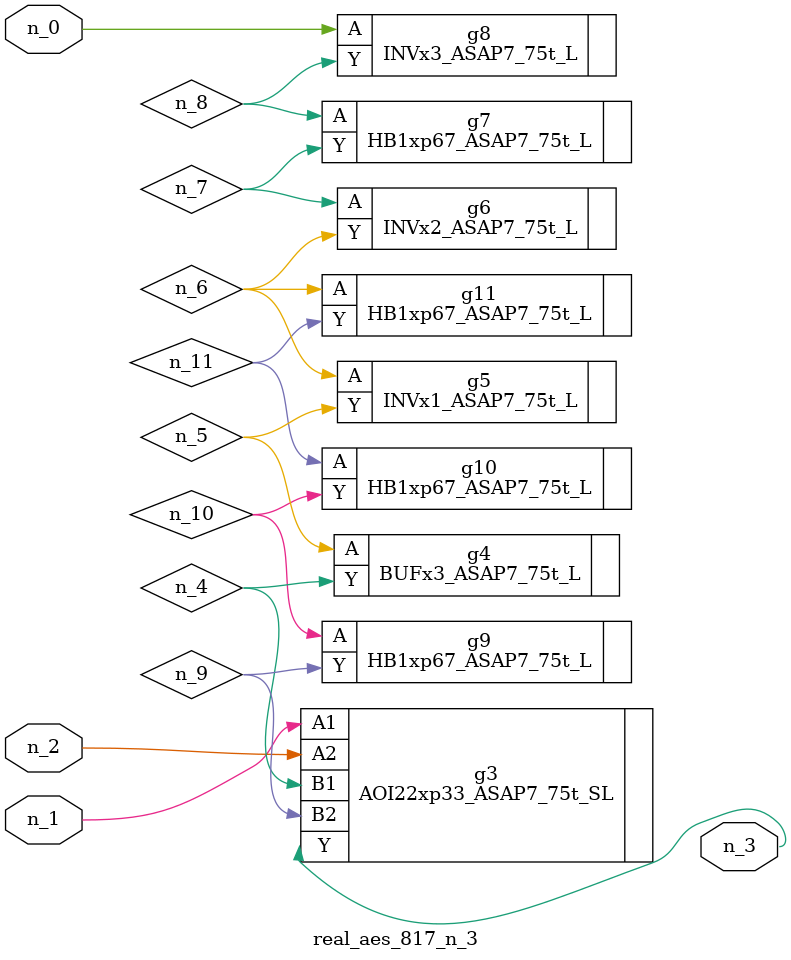
<source format=v>
module real_aes_817_n_3 (n_0, n_2, n_1, n_3);
input n_0;
input n_2;
input n_1;
output n_3;
wire n_4;
wire n_5;
wire n_7;
wire n_9;
wire n_6;
wire n_8;
wire n_10;
wire n_11;
INVx3_ASAP7_75t_L g8 ( .A(n_0), .Y(n_8) );
AOI22xp33_ASAP7_75t_SL g3 ( .A1(n_1), .A2(n_2), .B1(n_4), .B2(n_9), .Y(n_3) );
BUFx3_ASAP7_75t_L g4 ( .A(n_5), .Y(n_4) );
INVx1_ASAP7_75t_L g5 ( .A(n_6), .Y(n_5) );
HB1xp67_ASAP7_75t_L g11 ( .A(n_6), .Y(n_11) );
INVx2_ASAP7_75t_L g6 ( .A(n_7), .Y(n_6) );
HB1xp67_ASAP7_75t_L g7 ( .A(n_8), .Y(n_7) );
HB1xp67_ASAP7_75t_L g9 ( .A(n_10), .Y(n_9) );
HB1xp67_ASAP7_75t_L g10 ( .A(n_11), .Y(n_10) );
endmodule
</source>
